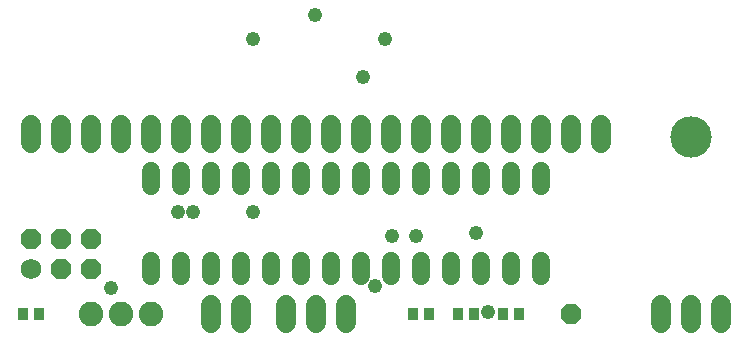
<source format=gts>
G75*
G70*
%OFA0B0*%
%FSLAX24Y24*%
%IPPOS*%
%LPD*%
%AMOC8*
5,1,8,0,0,1.08239X$1,22.5*
%
%ADD10R,0.0356X0.0434*%
%ADD11C,0.0680*%
%ADD12C,0.1380*%
%ADD13C,0.0600*%
%ADD14C,0.0820*%
%ADD15C,0.0680*%
%ADD16OC8,0.0680*%
%ADD17C,0.0480*%
D10*
X001853Y002603D03*
X002365Y002603D03*
X014853Y002603D03*
X015365Y002603D03*
X016353Y002603D03*
X016865Y002603D03*
X017853Y002603D03*
X018365Y002603D03*
D11*
X023109Y002303D02*
X023109Y002903D01*
X024109Y002903D02*
X024109Y002303D01*
X025109Y002303D02*
X025109Y002903D01*
X021109Y008303D02*
X021109Y008903D01*
X020109Y008903D02*
X020109Y008303D01*
X019109Y008303D02*
X019109Y008903D01*
X018109Y008903D02*
X018109Y008303D01*
X017109Y008303D02*
X017109Y008903D01*
X016109Y008903D02*
X016109Y008303D01*
X015109Y008303D02*
X015109Y008903D01*
X014109Y008903D02*
X014109Y008303D01*
X013109Y008303D02*
X013109Y008903D01*
X012109Y008903D02*
X012109Y008303D01*
X011109Y008303D02*
X011109Y008903D01*
X010109Y008903D02*
X010109Y008303D01*
X009109Y008303D02*
X009109Y008903D01*
X008109Y008903D02*
X008109Y008303D01*
X007109Y008303D02*
X007109Y008903D01*
X006109Y008903D02*
X006109Y008303D01*
X005109Y008303D02*
X005109Y008903D01*
X004109Y008903D02*
X004109Y008303D01*
X003109Y008303D02*
X003109Y008903D01*
X002109Y008903D02*
X002109Y008303D01*
X008109Y002903D02*
X008109Y002303D01*
X009109Y002303D02*
X009109Y002903D01*
X010609Y002903D02*
X010609Y002303D01*
X011609Y002303D02*
X011609Y002903D01*
X012609Y002903D02*
X012609Y002303D01*
D12*
X024109Y008503D03*
D13*
X019109Y007363D02*
X019109Y006843D01*
X018109Y006843D02*
X018109Y007363D01*
X017109Y007363D02*
X017109Y006843D01*
X016109Y006843D02*
X016109Y007363D01*
X015109Y007363D02*
X015109Y006843D01*
X014109Y006843D02*
X014109Y007363D01*
X013109Y007363D02*
X013109Y006843D01*
X012109Y006843D02*
X012109Y007363D01*
X011109Y007363D02*
X011109Y006843D01*
X010109Y006843D02*
X010109Y007363D01*
X009109Y007363D02*
X009109Y006843D01*
X008109Y006843D02*
X008109Y007363D01*
X007109Y007363D02*
X007109Y006843D01*
X006109Y006843D02*
X006109Y007363D01*
X006109Y004363D02*
X006109Y003843D01*
X007109Y003843D02*
X007109Y004363D01*
X008109Y004363D02*
X008109Y003843D01*
X009109Y003843D02*
X009109Y004363D01*
X010109Y004363D02*
X010109Y003843D01*
X011109Y003843D02*
X011109Y004363D01*
X012109Y004363D02*
X012109Y003843D01*
X013109Y003843D02*
X013109Y004363D01*
X014109Y004363D02*
X014109Y003843D01*
X015109Y003843D02*
X015109Y004363D01*
X016109Y004363D02*
X016109Y003843D01*
X017109Y003843D02*
X017109Y004363D01*
X018109Y004363D02*
X018109Y003843D01*
X019109Y003843D02*
X019109Y004363D01*
D14*
X006109Y002603D03*
X005109Y002603D03*
X004109Y002603D03*
D15*
X002109Y004103D03*
D16*
X003109Y004103D03*
X004109Y004103D03*
X004109Y005103D03*
X003109Y005103D03*
X002109Y005103D03*
X020109Y002603D03*
D17*
X017349Y002643D03*
X013589Y003523D03*
X014149Y005203D03*
X014949Y005203D03*
X016949Y005283D03*
X009509Y006003D03*
X007509Y006003D03*
X007029Y006003D03*
X004789Y003443D03*
X013189Y010483D03*
X013909Y011763D03*
X011589Y012563D03*
X009509Y011763D03*
M02*

</source>
